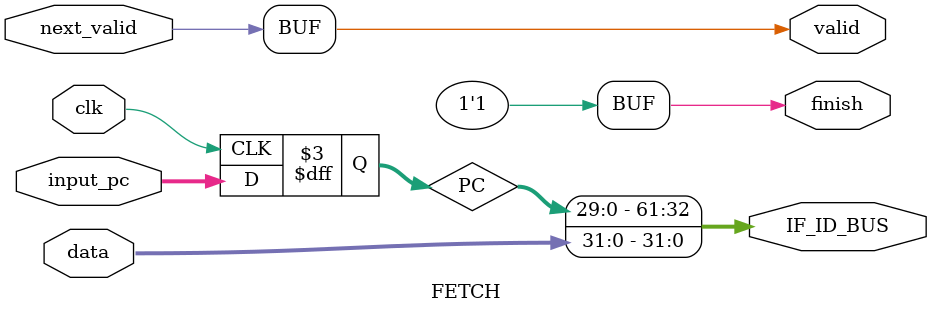
<source format=v>
`timescale 1ns / 1ps

module FETCH(
    input clk,
    input [29:0] input_pc,
    input [31:0] data,
    output [61:0] IF_ID_BUS,
    input next_valid,
    output valid,
    output finish
);
    reg [29:0] PC;
    always @(posedge clk)
    begin
        PC = input_pc;
    end
    assign finish = 1; // jump 锁死?
    assign valid = next_valid & finish;
    assign IF_ID_BUS = {PC,data};
endmodule

</source>
